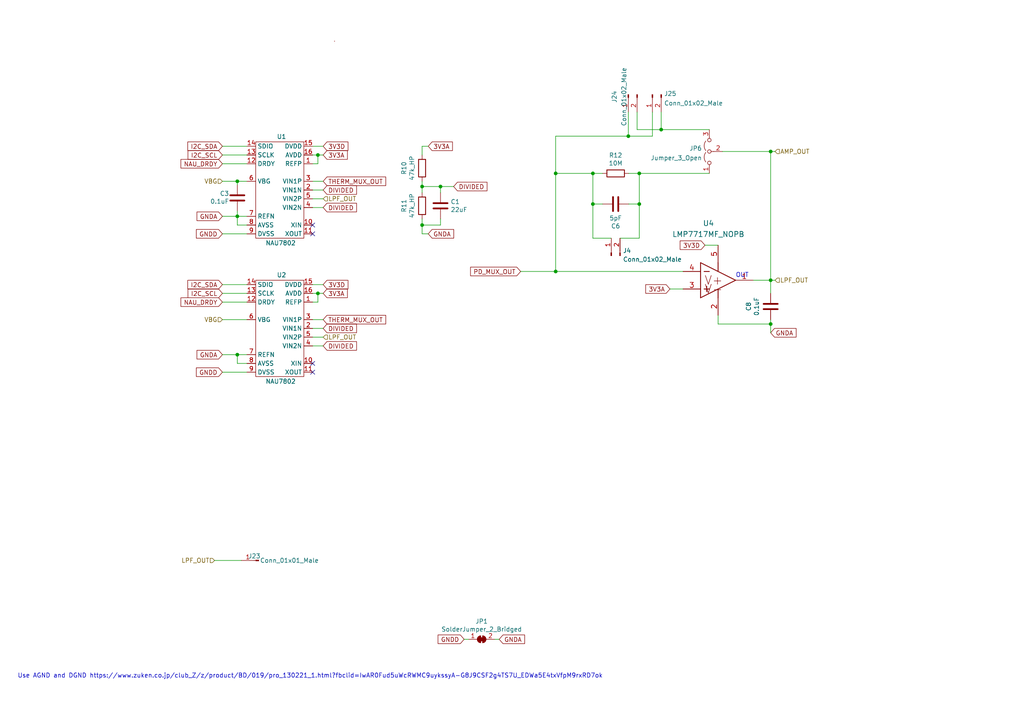
<source format=kicad_sch>
(kicad_sch (version 20211123) (generator eeschema)
  (paper "A4")
  (lib_symbols
    (symbol "Connector:Conn_01x01_Male" (pin_names (offset 1.016) hide)
      (property "Reference" "J" (at 0 2.54 0))
      (property "Value" "Conn_01x01_Male" (at 0 -2.54 0))
      (symbol "Conn_01x01_Male_1_1"
        (polyline (pts (xy 1.27 0) (xy 0.8636 0)) (stroke (width 0.1524)))
        (rectangle (start 0.8636 0.127) (end 0 -0.127) (stroke (width 0.1524)) (fill (type outline)))
        (pin passive line (at 5.08 0 180) (length 3.81) (name "Pin_1") (number "1"))
      )
    )
    (symbol "Connector:Conn_01x02_Male" (pin_names (offset 1.016) hide)
      (property "Reference" "J" (at 0 2.54 0))
      (property "Value" "Conn_01x02_Male" (at 0 -5.08 0))
      (symbol "Conn_01x02_Male_1_1"
        (polyline (pts (xy 1.27 -2.54) (xy 0.8636 -2.54)) (stroke (width 0.1524)))
        (polyline (pts (xy 1.27 0) (xy 0.8636 0)) (stroke (width 0.1524)))
        (rectangle (start 0.8636 -2.413) (end 0 -2.667) (stroke (width 0.1524)) (fill (type outline)))
        (rectangle (start 0.8636 0.127) (end 0 -0.127) (stroke (width 0.1524)) (fill (type outline)))
        (pin passive line (at 5.08 0 180) (length 3.81) (name "Pin_1") (number "1"))
        (pin passive line (at 5.08 -2.54 180) (length 3.81) (name "Pin_2") (number "2"))
      )
    )
    (symbol "Device:C" (pin_numbers hide) (pin_names (offset 0.254))
      (property "Reference" "C" (at 0.635 2.54 0))
      (property "Value" "C" (at 0.635 -2.54 0))
      (symbol "C_0_1"
        (polyline (pts (xy -2.032 -0.762) (xy 2.032 -0.762)) (stroke (width 0.508)))
        (polyline (pts (xy -2.032 0.762) (xy 2.032 0.762)) (stroke (width 0.508)))
      )
      (symbol "C_1_1"
        (pin passive line (at 0 3.81 270) (length 2.794) (name "~") (number "1"))
        (pin passive line (at 0 -3.81 90) (length 2.794) (name "~") (number "2"))
      )
    )
    (symbol "Device:R" (pin_numbers hide) (pin_names (offset 0))
      (property "Reference" "R" (at 2.032 0 90))
      (property "Value" "R" (at 0 0 90))
      (symbol "R_0_1"
        (rectangle (start -1.016 -2.54) (end 1.016 2.54) (stroke (width 0.254)))
      )
      (symbol "R_1_1"
        (pin passive line (at 0 3.81 270) (length 1.27) (name "~") (number "1"))
        (pin passive line (at 0 -3.81 90) (length 1.27) (name "~") (number "2"))
      )
    )
    (symbol "Jumper:Jumper_3_Open" (pin_names (offset 0) hide)
      (property "Reference" "JP" (at -2.54 -2.54 0))
      (property "Value" "Jumper_3_Open" (at 0 2.794 0))
      (symbol "Jumper_3_Open_0_0"
        (circle (center -3.302 0) (radius 0.508))
        (circle (center 0 0) (radius 0.508))
        (circle (center 3.302 0) (radius 0.508))
      )
      (symbol "Jumper_3_Open_0_1"
        (arc (start -0.254 1.016) (mid -1.651 1.4992) (end -3.048 1.016))
        (polyline (pts (xy 0 -0.508) (xy 0 -1.27)))
        (arc (start 3.048 1.016) (mid 1.651 1.4992) (end 0.254 1.016))
      )
      (symbol "Jumper_3_Open_1_1"
        (pin passive line (at -6.35 0 0) (length 2.54) (name "A") (number "1"))
        (pin input line (at 0 -3.81 90) (length 2.54) (name "C") (number "2"))
        (pin passive line (at 6.35 0 180) (length 2.54) (name "B") (number "3"))
      )
    )
    (symbol "Jumper:SolderJumper_2_Bridged" (pin_names (offset 0) hide)
      (property "Reference" "JP" (at 0 2.032 0))
      (property "Value" "SolderJumper_2_Bridged" (at 0 -2.54 0))
      (symbol "SolderJumper_2_Bridged_0_1"
        (rectangle (start -0.508 0.508) (end 0.508 -0.508) (fill (type outline)))
        (arc (start -0.254 1.016) (mid -1.27 0) (end -0.254 -1.016))
        (arc (start -0.254 1.016) (mid -1.27 0) (end -0.254 -1.016) (fill (type outline)))
        (polyline (pts (xy -0.254 1.016) (xy -0.254 -1.016)))
        (polyline (pts (xy 0.254 1.016) (xy 0.254 -1.016)))
        (arc (start 0.254 -1.016) (mid 1.27 0) (end 0.254 1.016))
        (arc (start 0.254 -1.016) (mid 1.27 0) (end 0.254 1.016) (fill (type outline)))
      )
      (symbol "SolderJumper_2_Bridged_1_1"
        (pin passive line (at -3.81 0 0) (length 2.54) (name "A") (number "1"))
        (pin passive line (at 3.81 0 180) (length 2.54) (name "B") (number "2"))
      )
    )
    (symbol "Ninja-qPCR:LMP7717MF_NOPB" (pin_names (offset 0) hide)
      (property "Reference" "U" (at 15.748 0.254 0))
      (property "Value" "Ninja-qPCR_LMP7717MF_NOPB" (at 15.748 -2.286 0))
      (symbol "LMP7717MF_NOPB_0_0"
        (text "V+" (at 3.81 -5.08 0) (effects (font (size 2.54 2.54))))
        (text "V-" (at 3.81 -7.62 0) (effects (font (size 2.54 2.54))))
      )
      (symbol "LMP7717MF_NOPB_1_1"
        (polyline (pts (xy 0 -10.16) (xy 10.16 -5.08)) (stroke (width 0.254)))
        (polyline (pts (xy 0 0) (xy 0 -10.16)) (stroke (width 0.254)))
        (polyline (pts (xy 0 0) (xy 10.16 -5.08)) (stroke (width 0.254)))
        (polyline (pts (xy 1.016 -7.62) (xy 2.54 -7.62)) (stroke (width 0.254)))
        (polyline (pts (xy 1.016 -2.54) (xy 2.54 -2.54)) (stroke (width 0.254)))
        (polyline (pts (xy 1.778 -6.858) (xy 1.778 -8.382)) (stroke (width 0.254)))
        (polyline (pts (xy 5.08 -7.62) (xy 5.08 -10.16)) (stroke (width 0.254)))
        (polyline (pts (xy 5.08 0) (xy 5.08 -2.54)) (stroke (width 0.254)))
        (pin output line (at 15.24 -5.08 180) (length 5.08) (name "OUT") (number "1"))
        (pin power_in line (at 5.08 -15.24 90) (length 5.08) (name "V-") (number "2"))
        (pin input line (at -5.08 -7.62 0) (length 5.08) (name "IN+") (number "3"))
        (pin input line (at -5.08 -2.54 0) (length 5.08) (name "IN-") (number "4"))
        (pin power_in line (at 5.08 5.08 270) (length 5.08) (name "V+") (number "5"))
      )
    )
    (symbol "Ninja-qPCR:NAU7802"
      (property "Reference" "U" (at 8.89 2.54 0))
      (property "Value" "NAU7802" (at 8.89 -27.94 0))
      (symbol "NAU7802_0_1"
        (rectangle (start 2.54 1.27) (end 16.51 -26.67) (stroke (width 0.1524)))
        (rectangle (start 25.4 30.48) (end 25.4 30.48) (stroke (width 0.1524)))
        (rectangle (start 25.4 30.48) (end 25.4 30.48) (stroke (width 0.1524)))
        (rectangle (start 25.4 30.48) (end 25.4 30.48) (stroke (width 0.1524)))
      )
      (symbol "NAU7802_1_1"
        (pin input line (at 19.05 -5.08 180) (length 2.54) (name "REFP") (number "1"))
        (pin input line (at 19.05 -22.86 180) (length 2.54) (name "XIN") (number "10"))
        (pin input line (at 19.05 -25.4 180) (length 2.54) (name "XOUT") (number "11"))
        (pin input line (at 0 -5.08 0) (length 2.54) (name "DRDY") (number "12"))
        (pin input line (at 0 -2.54 0) (length 2.54) (name "SCLK") (number "13"))
        (pin input line (at 0 0 0) (length 2.54) (name "SDIO") (number "14"))
        (pin input line (at 19.05 0 180) (length 2.54) (name "DVDD") (number "15"))
        (pin input line (at 19.05 -2.54 180) (length 2.54) (name "AVDD") (number "16"))
        (pin input line (at 19.05 -12.7 180) (length 2.54) (name "VIN1N") (number "2"))
        (pin input line (at 19.05 -10.16 180) (length 2.54) (name "VIN1P") (number "3"))
        (pin input line (at 19.05 -17.78 180) (length 2.54) (name "VIN2N") (number "4"))
        (pin input line (at 19.05 -15.24 180) (length 2.54) (name "VIN2P") (number "5"))
        (pin input line (at 0 -10.16 0) (length 2.54) (name "VBG") (number "6"))
        (pin input line (at 0 -20.32 0) (length 2.54) (name "REFN") (number "7"))
        (pin input line (at 0 -22.86 0) (length 2.54) (name "AVSS") (number "8"))
        (pin input line (at 0 -25.4 0) (length 2.54) (name "DVSS") (number "9"))
      )
    )
  )
  (junction (at 122.428 54.102))
  (junction (at 161.163 50.292))
  (junction (at 122.428 65.278))
  (junction (at 68.834 62.738))
  (junction (at 92.202 85.09))
  (junction (at 68.834 52.578))
  (junction (at 191.77 37.592))
  (junction (at 185.42 50.292))
  (junction (at 182.245 39.497))
  (junction (at 92.202 44.958))
  (junction (at 171.958 59.182))
  (junction (at 185.42 59.182))
  (junction (at 127.762 54.102))
  (junction (at 68.834 102.87))
  (junction (at 223.52 43.942))
  (junction (at 171.958 50.292))
  (junction (at 223.52 93.98))
  (junction (at 161.163 78.74))
  (junction (at 223.52 81.28))
  (no_connect (at 90.678 67.818))
  (no_connect (at 90.678 65.278))
  (no_connect (at 90.678 107.95))
  (no_connect (at 90.678 105.41))
  (wire (pts (xy 171.958 69.088) (xy 171.958 59.182)))
  (wire (pts (xy 90.678 55.118) (xy 93.726 55.118)))
  (wire (pts (xy 90.678 44.958) (xy 92.202 44.958)))
  (wire (pts (xy 127.762 54.102) (xy 131.572 54.102)))
  (wire (pts (xy 127.762 54.102) (xy 127.762 55.88)))
  (wire (pts (xy 64.516 87.63) (xy 71.628 87.63)))
  (wire (pts (xy 223.52 93.98) (xy 208.28 93.98)))
  (wire (pts (xy 151.003 78.74) (xy 161.163 78.74)))
  (wire (pts (xy 122.428 54.102) (xy 122.428 55.88)))
  (wire (pts (xy 218.44 81.28) (xy 223.52 81.28)))
  (wire (pts (xy 64.516 67.818) (xy 71.628 67.818)))
  (wire (pts (xy 90.678 82.55) (xy 93.726 82.55)))
  (wire (pts (xy 191.77 32.512) (xy 191.77 37.592)))
  (wire (pts (xy 134.62 185.42) (xy 135.89 185.42)))
  (wire (pts (xy 64.516 62.738) (xy 68.834 62.738)))
  (wire (pts (xy 122.428 67.818) (xy 122.428 65.278)))
  (wire (pts (xy 90.678 87.63) (xy 92.202 87.63)))
  (wire (pts (xy 122.428 54.102) (xy 127.762 54.102)))
  (wire (pts (xy 182.372 59.182) (xy 185.42 59.182)))
  (wire (pts (xy 161.163 50.292) (xy 161.163 78.74)))
  (wire (pts (xy 92.202 47.498) (xy 92.202 44.958)))
  (wire (pts (xy 92.202 87.63) (xy 92.202 85.09)))
  (wire (pts (xy 68.834 102.87) (xy 71.628 102.87)))
  (wire (pts (xy 185.42 59.182) (xy 185.42 50.292)))
  (wire (pts (xy 189.23 32.512) (xy 189.23 39.497)))
  (wire (pts (xy 92.202 44.958) (xy 93.726 44.958)))
  (wire (pts (xy 171.958 59.182) (xy 174.752 59.182)))
  (wire (pts (xy 71.628 105.41) (xy 68.834 105.41)))
  (wire (pts (xy 205.74 37.592) (xy 191.77 37.592)))
  (wire (pts (xy 64.516 44.958) (xy 71.628 44.958)))
  (wire (pts (xy 161.163 78.74) (xy 198.12 78.74)))
  (wire (pts (xy 184.785 37.592) (xy 184.785 32.512)))
  (wire (pts (xy 127.762 63.5) (xy 127.762 65.278)))
  (wire (pts (xy 124.206 42.418) (xy 122.428 42.418)))
  (wire (pts (xy 64.516 92.71) (xy 71.628 92.71)))
  (wire (pts (xy 122.428 42.418) (xy 122.428 44.958)))
  (wire (pts (xy 68.834 65.278) (xy 68.834 62.738)))
  (wire (pts (xy 71.628 65.278) (xy 68.834 65.278)))
  (wire (pts (xy 62.23 162.56) (xy 69.977 162.56)))
  (wire (pts (xy 208.28 93.98) (xy 208.28 91.44)))
  (wire (pts (xy 64.516 52.578) (xy 68.834 52.578)))
  (wire (pts (xy 223.52 92.71) (xy 223.52 93.98)))
  (wire (pts (xy 68.834 105.41) (xy 68.834 102.87)))
  (wire (pts (xy 144.78 185.42) (xy 143.51 185.42)))
  (wire (pts (xy 90.678 52.578) (xy 93.726 52.578)))
  (wire (pts (xy 64.516 47.498) (xy 71.628 47.498)))
  (wire (pts (xy 161.163 39.497) (xy 161.163 50.292)))
  (wire (pts (xy 90.678 97.79) (xy 93.726 97.79)))
  (wire (pts (xy 223.52 81.28) (xy 224.79 81.28)))
  (wire (pts (xy 64.516 85.09) (xy 71.628 85.09)))
  (wire (pts (xy 223.52 93.98) (xy 223.52 96.52)))
  (wire (pts (xy 223.52 43.942) (xy 223.52 81.28)))
  (wire (pts (xy 68.834 61.214) (xy 68.834 62.738)))
  (wire (pts (xy 122.428 52.578) (xy 122.428 54.102)))
  (wire (pts (xy 90.678 47.498) (xy 92.202 47.498)))
  (wire (pts (xy 182.245 32.512) (xy 182.245 39.497)))
  (wire (pts (xy 194.31 83.82) (xy 198.12 83.82)))
  (wire (pts (xy 179.832 69.088) (xy 185.42 69.088)))
  (wire (pts (xy 223.52 43.942) (xy 224.79 43.942)))
  (wire (pts (xy 191.77 37.592) (xy 184.785 37.592)))
  (wire (pts (xy 90.678 57.658) (xy 93.726 57.658)))
  (wire (pts (xy 209.55 43.942) (xy 223.52 43.942)))
  (wire (pts (xy 68.834 62.738) (xy 71.628 62.738)))
  (wire (pts (xy 64.516 82.55) (xy 71.628 82.55)))
  (wire (pts (xy 177.292 69.088) (xy 171.958 69.088)))
  (wire (pts (xy 204.47 71.12) (xy 208.28 71.12)))
  (wire (pts (xy 68.834 52.578) (xy 71.628 52.578)))
  (wire (pts (xy 90.678 100.33) (xy 93.726 100.33)))
  (wire (pts (xy 64.516 107.95) (xy 71.628 107.95)))
  (wire (pts (xy 68.834 52.578) (xy 68.834 53.594)))
  (wire (pts (xy 161.163 39.497) (xy 182.245 39.497)))
  (wire (pts (xy 64.516 42.418) (xy 71.628 42.418)))
  (wire (pts (xy 182.372 50.292) (xy 185.42 50.292)))
  (wire (pts (xy 223.52 81.28) (xy 223.52 85.09)))
  (wire (pts (xy 90.678 95.25) (xy 93.726 95.25)))
  (wire (pts (xy 124.206 67.818) (xy 122.428 67.818)))
  (wire (pts (xy 171.958 59.182) (xy 171.958 50.292)))
  (wire (pts (xy 171.958 50.292) (xy 174.752 50.292)))
  (wire (pts (xy 185.42 50.292) (xy 205.74 50.292)))
  (wire (pts (xy 189.23 39.497) (xy 182.245 39.497)))
  (wire (pts (xy 127.762 65.278) (xy 122.428 65.278)))
  (wire (pts (xy 90.678 85.09) (xy 92.202 85.09)))
  (wire (pts (xy 185.42 69.088) (xy 185.42 59.182)))
  (wire (pts (xy 161.163 50.292) (xy 171.958 50.292)))
  (wire (pts (xy 90.678 92.71) (xy 93.726 92.71)))
  (wire (pts (xy 122.428 65.278) (xy 122.428 63.5)))
  (wire (pts (xy 90.678 42.418) (xy 93.726 42.418)))
  (wire (pts (xy 92.202 85.09) (xy 93.726 85.09)))
  (wire (pts (xy 64.516 102.87) (xy 68.834 102.87)))
  (wire (pts (xy 90.678 60.198) (xy 93.726 60.198)))
  (text "Use AGND and DGND  https://www.zuken.co.jp/club_Z/z/product/BD/019/pro_130221_1.html?fbclid=IwAR0Fud5uWcRWMC9uykssyA-G8J9CSF2g4TS7U_EDWa5E4txVfpM9rxRD7ok" (at 5.08 196.85 0) (effects (font (size 1.27 1.27)) (justify left bottom)))
  (text "OUT" (at 213.36 80.645 0) (effects (font (size 1.27 1.27)) (justify left bottom)))
  (global_label "I2C_SCL" (shape input) (at 64.516 85.09 180) (property "Intersheet References" "${INTERSHEET_REFS}" (effects hide)))
  (global_label "THERM_MUX_OUT" (shape input) (at 93.726 92.71 0) (property "Intersheet References" "${INTERSHEET_REFS}" (effects hide)))
  (global_label "DIVIDED" (shape input) (at 93.726 55.118 0) (property "Intersheet References" "${INTERSHEET_REFS}" (effects hide)))
  (global_label "I2C_SDA" (shape input) (at 64.516 42.418 180) (property "Intersheet References" "${INTERSHEET_REFS}" (effects hide)))
  (global_label "DIVIDED" (shape input) (at 131.572 54.102 0) (property "Intersheet References" "${INTERSHEET_REFS}" (effects hide)))
  (global_label "3V3D" (shape input) (at 93.726 42.418 0) (property "Intersheet References" "${INTERSHEET_REFS}" (effects hide)))
  (global_label "GNDA" (shape input) (at 64.516 102.87 180) (property "Intersheet References" "${INTERSHEET_REFS}" (effects hide)))
  (global_label "3V3D" (shape input) (at 204.47 71.12 180) (property "Intersheet References" "${INTERSHEET_REFS}" (effects hide)))
  (global_label "NAU_DRDY" (shape input) (at 64.516 47.498 180) (property "Intersheet References" "${INTERSHEET_REFS}" (effects hide)))
  (global_label "NAU_DRDY" (shape input) (at 64.516 87.63 180) (property "Intersheet References" "${INTERSHEET_REFS}" (effects hide)))
  (global_label "3V3A" (shape input) (at 124.206 42.418 0) (property "Intersheet References" "${INTERSHEET_REFS}" (effects hide)))
  (global_label "PD_MUX_OUT" (shape input) (at 151.003 78.74 180) (property "Intersheet References" "${INTERSHEET_REFS}" (effects hide)))
  (global_label "GNDD" (shape input) (at 134.62 185.42 180) (property "Intersheet References" "${INTERSHEET_REFS}" (effects hide)))
  (global_label "GNDA" (shape input) (at 64.516 62.738 180) (property "Intersheet References" "${INTERSHEET_REFS}" (effects hide)))
  (global_label "I2C_SDA" (shape input) (at 64.516 82.55 180) (property "Intersheet References" "${INTERSHEET_REFS}" (effects hide)))
  (global_label "GNDA" (shape input) (at 144.78 185.42 0) (property "Intersheet References" "${INTERSHEET_REFS}" (effects hide)))
  (global_label "DIVIDED" (shape input) (at 93.726 60.198 0) (property "Intersheet References" "${INTERSHEET_REFS}" (effects hide)))
  (global_label "GNDA" (shape input) (at 124.206 67.818 0) (property "Intersheet References" "${INTERSHEET_REFS}" (effects hide)))
  (global_label "3V3A" (shape input) (at 93.726 44.958 0) (property "Intersheet References" "${INTERSHEET_REFS}" (effects hide)))
  (global_label "GNDD" (shape input) (at 64.516 107.95 180) (property "Intersheet References" "${INTERSHEET_REFS}" (effects hide)))
  (global_label "3V3D" (shape input) (at 93.726 82.55 0) (property "Intersheet References" "${INTERSHEET_REFS}" (effects hide)))
  (global_label "DIVIDED" (shape input) (at 93.726 95.25 0) (property "Intersheet References" "${INTERSHEET_REFS}" (effects hide)))
  (global_label "THERM_MUX_OUT" (shape input) (at 93.726 52.578 0) (property "Intersheet References" "${INTERSHEET_REFS}" (effects hide)))
  (global_label "I2C_SCL" (shape input) (at 64.516 44.958 180) (property "Intersheet References" "${INTERSHEET_REFS}" (effects hide)))
  (global_label "3V3A" (shape input) (at 93.726 85.09 0) (property "Intersheet References" "${INTERSHEET_REFS}" (effects hide)))
  (global_label "GNDA" (shape input) (at 223.52 96.52 0) (property "Intersheet References" "${INTERSHEET_REFS}" (effects hide)))
  (global_label "GNDD" (shape input) (at 64.516 67.818 180) (property "Intersheet References" "${INTERSHEET_REFS}" (effects hide)))
  (global_label "DIVIDED" (shape input) (at 93.726 100.33 0) (property "Intersheet References" "${INTERSHEET_REFS}" (effects hide)))
  (global_label "3V3A" (shape input) (at 194.31 83.82 180) (property "Intersheet References" "${INTERSHEET_REFS}" (effects hide)))
  (hierarchical_label "VBG" (shape input) (at 64.516 92.71 180))
  (hierarchical_label "LPF_OUT" (shape input) (at 93.726 57.658 0))
  (hierarchical_label "VBG" (shape input) (at 64.516 52.578 180))
  (hierarchical_label "LPF_OUT" (shape input) (at 224.79 81.28 0))
  (hierarchical_label "LPF_OUT" (shape input) (at 93.726 97.79 0))
  (hierarchical_label "AMP_OUT" (shape input) (at 224.79 43.942 0))
  (hierarchical_label "LPF_OUT" (shape input) (at 62.23 162.56 180))
  (symbol (lib_id "Device:C") (at 223.52 88.9 0) (unit 1)
    (property "Reference" "C8" (at 217.1192 88.9 90))
    (property "Value" "0.1uF" (at 219.4306 88.9 90))
    (property "Footprint" "Capacitor_SMD:C_0603_1608Metric" (effects hide))
  )
  (symbol (lib_id "Device:C") (at 178.562 59.182 270) (mirror x) (unit 1)
    (property "Reference" "C6" (at 178.562 65.5828 90))
    (property "Value" "5pF" (at 178.562 63.2714 90))
    (property "Footprint" "Capacitor_SMD:C_0603_1608Metric" (effects hide))
  )
  (symbol (lib_id "Ninja-qPCR:LMP7717MF_NOPB") (at 203.2 76.2 0) (unit 1)
    (property "Reference" "U4" (at 203.835 64.77 0) (effects (font (size 1.524 1.524)) (justify left)))
    (property "Value" "LMP7717MF_NOPB" (at 194.945 67.945 0) (effects (font (size 1.524 1.524)) (justify left)))
    (property "Footprint" "Package_TO_SOT_SMD:SOT-23-5" (effects hide))
  )
  (symbol (lib_id "Device:C") (at 68.834 57.404 0) (unit 1)
    (property "Reference" "C3" (at 63.754 56.134 0) (effects (justify left)))
    (property "Value" "0.1uF" (at 60.96 58.42 0) (effects (justify left)))
    (property "Footprint" "Capacitor_SMD:C_0603_1608Metric" (effects hide))
  )
  (symbol (lib_id "Jumper:SolderJumper_2_Bridged") (at 139.7 185.42 0) (unit 1)
    (property "Reference" "JP1" (at 139.7 180.213 0))
    (property "Value" "SolderJumper_2_Bridged" (at 139.7 182.5244 0))
    (property "Footprint" "Jumper:SolderJumper-2_P1.3mm_Bridged_RoundedPad1.0x1.5mm" (effects hide))
  )
  (symbol (lib_id "Connector:Conn_01x02_Male") (at 177.292 74.168 90) (unit 1)
    (property "Reference" "J4" (at 180.6702 72.6983 90) (effects (justify right)))
    (property "Value" "Conn_01x02_Male" (at 180.6702 75.2352 90) (effects (justify right)))
    (property "Footprint" "Connector_PinHeader_2.54mm:PinHeader_1x02_P2.54mm_Vertical" (effects hide))
  )
  (symbol (lib_id "Connector:Conn_01x01_Male") (at 75.057 162.56 0) (mirror y) (unit 1)
    (property "Reference" "J23" (at 73.787 161.29 0))
    (property "Value" "Conn_01x01_Male" (at 83.947 162.56 0))
    (property "Footprint" "Connector_PinHeader_1.27mm:PinHeader_1x01_P1.27mm_Vertical" (effects hide))
  )
  (symbol (lib_id "Connector:Conn_01x02_Male") (at 189.23 27.432 90) (mirror x) (unit 1)
    (property "Reference" "J25" (at 192.6082 27.1585 90) (effects (justify right)))
    (property "Value" "Conn_01x02_Male" (at 192.6082 29.9336 90) (effects (justify right)))
    (property "Footprint" "Connector_PinHeader_1.27mm:PinHeader_1x02_P1.27mm_Vertical" (effects hide))
  )
  (symbol (lib_id "Ninja-qPCR:NAU7802") (at 71.628 82.55 0) (unit 1)
    (property "Reference" "U2" (at 81.661 79.756 0))
    (property "Value" "NAU7802" (at 81.407 110.617 0))
    (property "Footprint" "Package_DIP:DIP-16_W7.62mm" (effects hide))
  )
  (symbol (lib_id "Ninja-qPCR:NAU7802") (at 71.628 42.418 0) (unit 1)
    (property "Reference" "U1" (at 81.661 39.624 0))
    (property "Value" "NAU7802" (at 81.407 70.485 0))
    (property "Footprint" "Package_SO:SOIC-16_3.9x9.9mm_P1.27mm" (effects hide))
  )
  (symbol (lib_id "Connector:Conn_01x02_Male") (at 182.245 27.432 90) (mirror x) (unit 1)
    (property "Reference" "J24" (at 178.2023 28.067 0))
    (property "Value" "Conn_01x02_Male" (at 180.9774 28.067 0))
    (property "Footprint" "Connector_PinHeader_1.27mm:PinHeader_1x02_P1.27mm_Vertical" (effects hide))
  )
  (symbol (lib_id "Device:R") (at 122.428 59.69 0) (unit 1)
    (property "Reference" "R11" (at 117.1702 59.69 90))
    (property "Value" "47k_HP" (at 119.4816 59.69 90))
    (property "Footprint" "Resistor_SMD:R_0603_1608Metric" (effects hide))
  )
  (symbol (lib_id "Device:R") (at 178.562 50.292 90) (mirror x) (unit 1)
    (property "Reference" "R12" (at 178.562 45.0342 90))
    (property "Value" "10M" (at 178.562 47.3456 90))
    (property "Footprint" "Resistor_SMD:R_0603_1608Metric" (effects hide))
  )
  (symbol (lib_id "Device:C") (at 127.762 59.69 180) (unit 1)
    (property "Reference" "C1" (at 130.683 58.5216 0) (effects (justify right)))
    (property "Value" "22uF" (at 130.683 60.833 0) (effects (justify right)))
    (property "Footprint" "Capacitor_SMD:C_1210_3225Metric" (effects hide))
  )
  (symbol (lib_id "Device:R") (at 122.428 48.768 0) (unit 1)
    (property "Reference" "R10" (at 117.1702 48.768 90))
    (property "Value" "47k_HP" (at 119.4816 48.768 90))
    (property "Footprint" "Resistor_SMD:R_0603_1608Metric" (effects hide))
  )
  (symbol (lib_id "Jumper:Jumper_3_Open") (at 205.74 43.942 90) (unit 1)
    (property "Reference" "JP6" (at 203.6059 43.0335 90) (effects (justify left)))
    (property "Value" "Jumper_3_Open" (at 203.6059 45.8086 90) (effects (justify left)))
    (property "Footprint" "Jumper:SolderJumper-3_P2.0mm_Open_TrianglePad1.0x1.5mm" (effects hide))
  )
)
</source>
